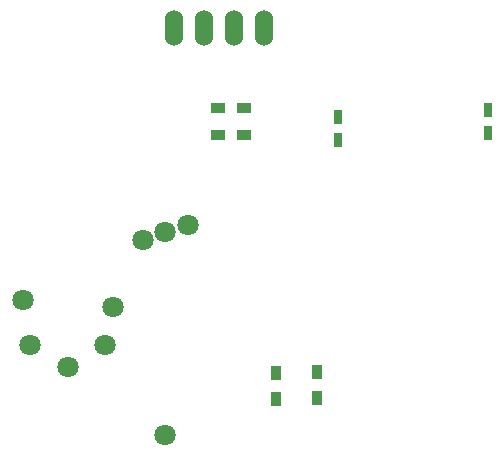
<source format=gtp>
G04 #@! TF.FileFunction,Paste,Top*
%FSLAX46Y46*%
G04 Gerber Fmt 4.6, Leading zero omitted, Abs format (unit mm)*
G04 Created by KiCad (PCBNEW 4.0.6) date 08/02/17 17:45:46*
%MOMM*%
%LPD*%
G01*
G04 APERTURE LIST*
%ADD10C,0.100000*%
%ADD11C,1.798320*%
%ADD12R,0.750000X1.200000*%
%ADD13O,1.524000X3.048000*%
%ADD14R,1.200000X0.900000*%
%ADD15R,0.900000X1.200000*%
G04 APERTURE END LIST*
D10*
D11*
X114810000Y-88365000D03*
X114175000Y-91540000D03*
X111000000Y-93445000D03*
X107825000Y-91540000D03*
X107190000Y-87730000D03*
X119255000Y-99160000D03*
X119255000Y-82015000D03*
X117350000Y-82650000D03*
X121160000Y-81380000D03*
D12*
X133858000Y-72296000D03*
X133858000Y-74196000D03*
D13*
X125095000Y-64770000D03*
X127635000Y-64770000D03*
D12*
X146558000Y-71694000D03*
X146558000Y-73594000D03*
D14*
X123700000Y-73800000D03*
X125900000Y-73800000D03*
D13*
X120015000Y-64770000D03*
X122555000Y-64770000D03*
D15*
X128651000Y-96139000D03*
X128651000Y-93939000D03*
X132080000Y-93896000D03*
X132080000Y-96096000D03*
D14*
X125950000Y-71500000D03*
X123750000Y-71500000D03*
M02*

</source>
